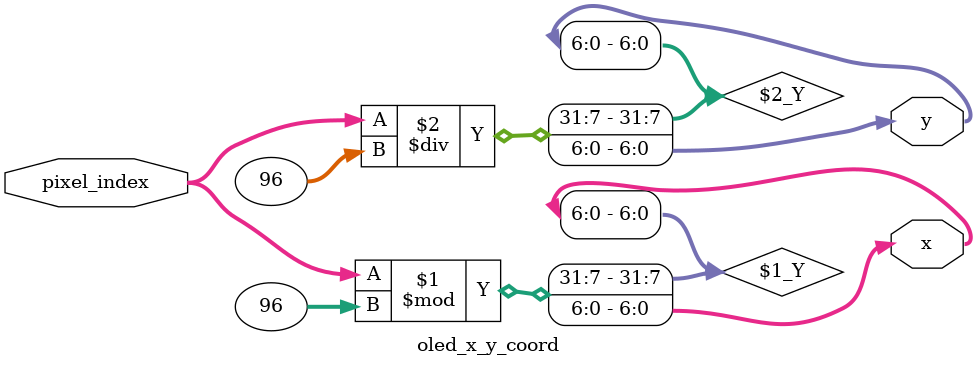
<source format=v>
`timescale 1ns / 1ps


module oled_x_y_coord(
    input [12:0] pixel_index,
    output [6:0] x,
    output [6:0] y
    );
    assign x = (pixel_index % 96);
    assign y = (pixel_index / 96);
endmodule

</source>
